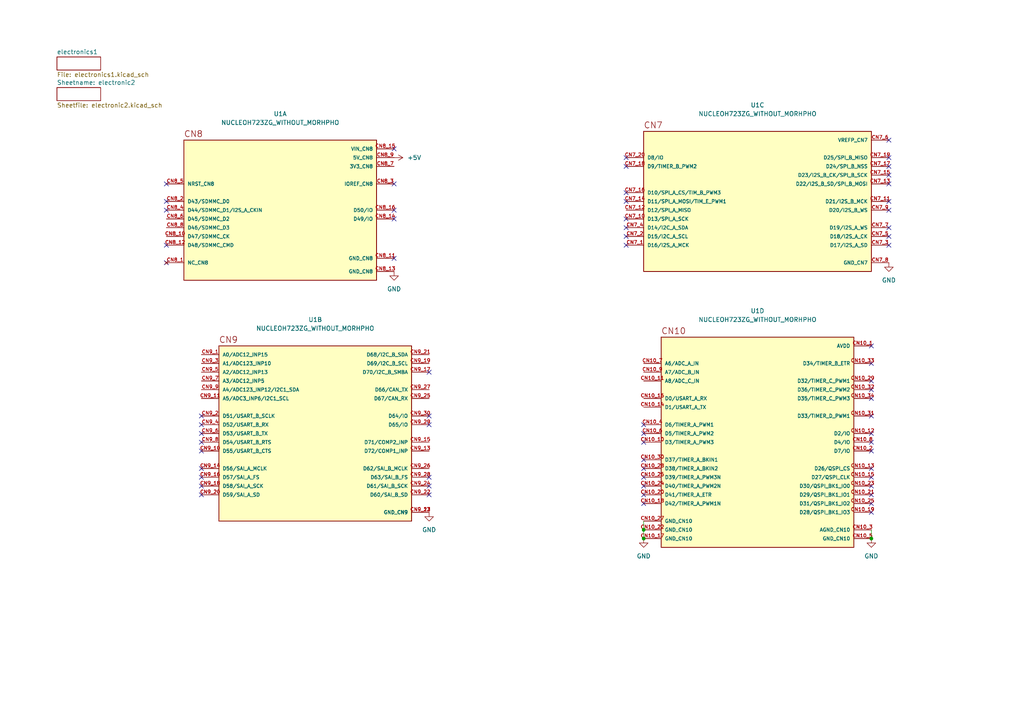
<source format=kicad_sch>
(kicad_sch (version 20230121) (generator eeschema)

  (uuid 957c9b64-3a36-4921-bfa5-a0799df86262)

  (paper "A4")

  (title_block
    (title "frontbox nucleo")
    (date "2023-08-08")
    (rev "1")
    (company "NTURacing")
    (comment 1 "this is legacy fron easyEDA")
  )

  (lib_symbols
    (symbol "nturt_kicad_lib:NUCLEOH723ZG_WITHOUT_MORHPHO" (pin_names (offset 1.016)) (in_bom yes) (on_board yes)
      (property "Reference" "U" (at -8.89 36.83 0)
        (effects (font (size 1.27 1.27)) (justify left bottom))
      )
      (property "Value" "NUCLEOH723ZG_WITHOUT_MORHPHO" (at -15.24 -29.21 0)
        (effects (font (size 1.27 1.27)) (justify left top))
      )
      (property "Footprint" "nturt_kicad_lib:MODULE_NUCLEOH723ZG_WITHOUT_MORHPHO" (at 12.7 -34.29 0)
        (effects (font (size 1.27 1.27)) (justify bottom) hide)
      )
      (property "Datasheet" "" (at 0 0 0)
        (effects (font (size 1.27 1.27)) hide)
      )
      (property "PARTREV" "2" (at 0 0 0)
        (effects (font (size 1.27 1.27)) (justify bottom) hide)
      )
      (property "STANDARD" "Manufacturer Recommendations" (at 15.24 36.83 0)
        (effects (font (size 1.27 1.27)) (justify bottom) hide)
      )
      (property "MANUFACTURER" "STMicroelectronics" (at 8.89 34.29 0)
        (effects (font (size 1.27 1.27)) (justify bottom) hide)
      )
      (property "MAXIMUM_PACKAGE_HEIGHT" "18.57 mm" (at 5.08 39.37 0)
        (effects (font (size 1.27 1.27)) (justify bottom) hide)
      )
      (property "SNAPEDA_PN" "NUCLEOH723ZG" (at 7.62 41.91 0)
        (effects (font (size 1.27 1.27)) (justify bottom) hide)
      )
      (symbol "NUCLEOH723ZG_WITHOUT_MORHPHO_1_0"
        (unit_name "CN8")
        (rectangle (start -27.94 -20.32) (end 27.94 20.32)
          (stroke (width 0.254) (type default))
          (fill (type background))
        )
        (text "CN8" (at -27.94 21.082 0)
          (effects (font (size 1.778 1.778)) (justify left bottom))
        )
        (pin no_connect line (at -33.02 -15.24 0) (length 5.08)
          (name "NC_CN8" (effects (font (size 1.016 1.016))))
          (number "CN8_1" (effects (font (size 1.016 1.016))))
        )
        (pin bidirectional line (at -33.02 -7.62 0) (length 5.08)
          (name "D47/SDMMC_CK" (effects (font (size 1.016 1.016))))
          (number "CN8_10" (effects (font (size 1.016 1.016))))
        )
        (pin power_in line (at 33.02 -13.97 180) (length 5.08)
          (name "GND_CN8" (effects (font (size 1.016 1.016))))
          (number "CN8_11" (effects (font (size 1.016 1.016))))
        )
        (pin bidirectional line (at -33.02 -10.16 0) (length 5.08)
          (name "D48/SDMMC_CMD" (effects (font (size 1.016 1.016))))
          (number "CN8_12" (effects (font (size 1.016 1.016))))
        )
        (pin power_in line (at 33.02 -17.78 180) (length 5.08)
          (name "GND_CN8" (effects (font (size 1.016 1.016))))
          (number "CN8_13" (effects (font (size 1.016 1.016))))
        )
        (pin bidirectional line (at 33.02 -2.54 180) (length 5.08)
          (name "D49/IO" (effects (font (size 1.016 1.016))))
          (number "CN8_14" (effects (font (size 1.016 1.016))))
        )
        (pin power_in line (at 33.02 17.78 180) (length 5.08)
          (name "VIN_CN8" (effects (font (size 1.016 1.016))))
          (number "CN8_15" (effects (font (size 1.016 1.016))))
        )
        (pin bidirectional line (at 33.02 0 180) (length 5.08)
          (name "D50/IO" (effects (font (size 1.016 1.016))))
          (number "CN8_16" (effects (font (size 1.016 1.016))))
        )
        (pin bidirectional line (at -33.02 2.54 0) (length 5.08)
          (name "D43/SDMMC_D0" (effects (font (size 1.016 1.016))))
          (number "CN8_2" (effects (font (size 1.016 1.016))))
        )
        (pin bidirectional line (at 33.02 7.62 180) (length 5.08)
          (name "IOREF_CN8" (effects (font (size 1.016 1.016))))
          (number "CN8_3" (effects (font (size 1.016 1.016))))
        )
        (pin bidirectional line (at -33.02 0 0) (length 5.08)
          (name "D44/SDMMC_D1/I2S_A_CKIN" (effects (font (size 1.016 1.016))))
          (number "CN8_4" (effects (font (size 1.016 1.016))))
        )
        (pin input line (at -33.02 7.62 0) (length 5.08)
          (name "NRST_CN8" (effects (font (size 1.016 1.016))))
          (number "CN8_5" (effects (font (size 1.016 1.016))))
        )
        (pin bidirectional line (at -33.02 -2.54 0) (length 5.08)
          (name "D45/SDMMC_D2" (effects (font (size 1.016 1.016))))
          (number "CN8_6" (effects (font (size 1.016 1.016))))
        )
        (pin power_in line (at 33.02 12.7 180) (length 5.08)
          (name "3V3_CN8" (effects (font (size 1.016 1.016))))
          (number "CN8_7" (effects (font (size 1.016 1.016))))
        )
        (pin bidirectional line (at -33.02 -5.08 0) (length 5.08)
          (name "D46/SDMMC_D3" (effects (font (size 1.016 1.016))))
          (number "CN8_8" (effects (font (size 1.016 1.016))))
        )
        (pin power_in line (at 33.02 15.24 180) (length 5.08)
          (name "5V_CN8" (effects (font (size 1.016 1.016))))
          (number "CN8_9" (effects (font (size 1.016 1.016))))
        )
      )
      (symbol "NUCLEOH723ZG_WITHOUT_MORHPHO_2_0"
        (unit_name "CN9")
        (rectangle (start -27.94 -25.4) (end 27.94 25.4)
          (stroke (width 0.254) (type default))
          (fill (type background))
        )
        (text "CN9" (at -27.94 26.162 0)
          (effects (font (size 1.778 1.778)) (justify left bottom))
        )
        (pin input line (at -33.02 22.86 0) (length 5.08)
          (name "A0/ADC12_INP15" (effects (font (size 1.016 1.016))))
          (number "CN9_1" (effects (font (size 1.016 1.016))))
        )
        (pin bidirectional line (at -33.02 -5.08 0) (length 5.08)
          (name "D55/USART_B_CTS" (effects (font (size 1.016 1.016))))
          (number "CN9_10" (effects (font (size 1.016 1.016))))
        )
        (pin input line (at -33.02 10.16 0) (length 5.08)
          (name "A5/ADC3_INP6/I2C1_SCL" (effects (font (size 1.016 1.016))))
          (number "CN9_11" (effects (font (size 1.016 1.016))))
        )
        (pin power_in line (at 33.02 -22.86 180) (length 5.08)
          (name "GND_CN9" (effects (font (size 1.016 1.016))))
          (number "CN9_12" (effects (font (size 1.016 1.016))))
        )
        (pin bidirectional line (at 33.02 -5.08 180) (length 5.08)
          (name "D72/COMP1_INP" (effects (font (size 1.016 1.016))))
          (number "CN9_13" (effects (font (size 1.016 1.016))))
        )
        (pin bidirectional line (at -33.02 -10.16 0) (length 5.08)
          (name "D56/SAI_A_MCLK" (effects (font (size 1.016 1.016))))
          (number "CN9_14" (effects (font (size 1.016 1.016))))
        )
        (pin bidirectional line (at 33.02 -2.54 180) (length 5.08)
          (name "D71/COMP2_INP" (effects (font (size 1.016 1.016))))
          (number "CN9_15" (effects (font (size 1.016 1.016))))
        )
        (pin bidirectional line (at -33.02 -12.7 0) (length 5.08)
          (name "D57/SAI_A_FS" (effects (font (size 1.016 1.016))))
          (number "CN9_16" (effects (font (size 1.016 1.016))))
        )
        (pin bidirectional line (at 33.02 17.78 180) (length 5.08)
          (name "D70/I2C_B_SMBA" (effects (font (size 1.016 1.016))))
          (number "CN9_17" (effects (font (size 1.016 1.016))))
        )
        (pin bidirectional line (at -33.02 -15.24 0) (length 5.08)
          (name "D58/SAI_A_SCK" (effects (font (size 1.016 1.016))))
          (number "CN9_18" (effects (font (size 1.016 1.016))))
        )
        (pin bidirectional line (at 33.02 20.32 180) (length 5.08)
          (name "D69/I2C_B_SCL" (effects (font (size 1.016 1.016))))
          (number "CN9_19" (effects (font (size 1.016 1.016))))
        )
        (pin bidirectional line (at -33.02 5.08 0) (length 5.08)
          (name "D51/USART_B_SCLK" (effects (font (size 1.016 1.016))))
          (number "CN9_2" (effects (font (size 1.016 1.016))))
        )
        (pin bidirectional line (at -33.02 -17.78 0) (length 5.08)
          (name "D59/SAI_A_SD" (effects (font (size 1.016 1.016))))
          (number "CN9_20" (effects (font (size 1.016 1.016))))
        )
        (pin bidirectional line (at 33.02 22.86 180) (length 5.08)
          (name "D68/I2C_B_SDA" (effects (font (size 1.016 1.016))))
          (number "CN9_21" (effects (font (size 1.016 1.016))))
        )
        (pin bidirectional line (at 33.02 -17.78 180) (length 5.08)
          (name "D60/SAI_B_SD" (effects (font (size 1.016 1.016))))
          (number "CN9_22" (effects (font (size 1.016 1.016))))
        )
        (pin power_in line (at 33.02 -22.86 180) (length 5.08)
          (name "GND_CN9" (effects (font (size 1.016 1.016))))
          (number "CN9_23" (effects (font (size 1.016 1.016))))
        )
        (pin bidirectional line (at 33.02 -15.24 180) (length 5.08)
          (name "D61/SAI_B_SCK" (effects (font (size 1.016 1.016))))
          (number "CN9_24" (effects (font (size 1.016 1.016))))
        )
        (pin input line (at 33.02 10.16 180) (length 5.08)
          (name "D67/CAN_RX" (effects (font (size 1.016 1.016))))
          (number "CN9_25" (effects (font (size 1.016 1.016))))
        )
        (pin bidirectional line (at 33.02 -10.16 180) (length 5.08)
          (name "D62/SAI_B_MCLK" (effects (font (size 1.016 1.016))))
          (number "CN9_26" (effects (font (size 1.016 1.016))))
        )
        (pin output line (at 33.02 12.7 180) (length 5.08)
          (name "D66/CAN_TX" (effects (font (size 1.016 1.016))))
          (number "CN9_27" (effects (font (size 1.016 1.016))))
        )
        (pin bidirectional line (at 33.02 -12.7 180) (length 5.08)
          (name "D63/SAI_B_FS" (effects (font (size 1.016 1.016))))
          (number "CN9_28" (effects (font (size 1.016 1.016))))
        )
        (pin bidirectional line (at 33.02 2.54 180) (length 5.08)
          (name "D65/IO" (effects (font (size 1.016 1.016))))
          (number "CN9_29" (effects (font (size 1.016 1.016))))
        )
        (pin input line (at -33.02 20.32 0) (length 5.08)
          (name "A1/ADC123_INP10" (effects (font (size 1.016 1.016))))
          (number "CN9_3" (effects (font (size 1.016 1.016))))
        )
        (pin bidirectional line (at 33.02 5.08 180) (length 5.08)
          (name "D64/IO" (effects (font (size 1.016 1.016))))
          (number "CN9_30" (effects (font (size 1.016 1.016))))
        )
        (pin bidirectional line (at -33.02 2.54 0) (length 5.08)
          (name "D52/USART_B_RX" (effects (font (size 1.016 1.016))))
          (number "CN9_4" (effects (font (size 1.016 1.016))))
        )
        (pin input line (at -33.02 17.78 0) (length 5.08)
          (name "A2/ADC12_INP13" (effects (font (size 1.016 1.016))))
          (number "CN9_5" (effects (font (size 1.016 1.016))))
        )
        (pin bidirectional line (at -33.02 0 0) (length 5.08)
          (name "D53/USART_B_TX" (effects (font (size 1.016 1.016))))
          (number "CN9_6" (effects (font (size 1.016 1.016))))
        )
        (pin input line (at -33.02 15.24 0) (length 5.08)
          (name "A3/ADC12_INP5" (effects (font (size 1.016 1.016))))
          (number "CN9_7" (effects (font (size 1.016 1.016))))
        )
        (pin bidirectional line (at -33.02 -2.54 0) (length 5.08)
          (name "D54/USART_B_RTS" (effects (font (size 1.016 1.016))))
          (number "CN9_8" (effects (font (size 1.016 1.016))))
        )
        (pin input line (at -33.02 12.7 0) (length 5.08)
          (name "A4/ADC123_INP12/I2C1_SDA" (effects (font (size 1.016 1.016))))
          (number "CN9_9" (effects (font (size 1.016 1.016))))
        )
      )
      (symbol "NUCLEOH723ZG_WITHOUT_MORHPHO_3_0"
        (unit_name "CN7")
        (rectangle (start -33.02 -20.32) (end 33.02 20.32)
          (stroke (width 0.254) (type default))
          (fill (type background))
        )
        (text "CN7" (at -33.02 21.082 0)
          (effects (font (size 1.778 1.778)) (justify left bottom))
        )
        (pin bidirectional line (at -38.1 -12.7 0) (length 5.08)
          (name "D16/I2S_A_MCK" (effects (font (size 1.016 1.016))))
          (number "CN7_1" (effects (font (size 1.016 1.016))))
        )
        (pin bidirectional line (at -38.1 -5.08 0) (length 5.08)
          (name "D13/SPI_A_SCK" (effects (font (size 1.016 1.016))))
          (number "CN7_10" (effects (font (size 1.016 1.016))))
        )
        (pin bidirectional line (at 38.1 0 180) (length 5.08)
          (name "D21/I2S_B_MCK" (effects (font (size 1.016 1.016))))
          (number "CN7_11" (effects (font (size 1.016 1.016))))
        )
        (pin bidirectional line (at -38.1 -2.54 0) (length 5.08)
          (name "D12/SPI_A_MISO" (effects (font (size 1.016 1.016))))
          (number "CN7_12" (effects (font (size 1.016 1.016))))
        )
        (pin bidirectional line (at 38.1 5.08 180) (length 5.08)
          (name "D22/I2S_B_SD/SPI_B_MOSI" (effects (font (size 1.016 1.016))))
          (number "CN7_13" (effects (font (size 1.016 1.016))))
        )
        (pin bidirectional line (at -38.1 0 0) (length 5.08)
          (name "D11/SPI_A_MOSI/TIM_E_PWM1" (effects (font (size 1.016 1.016))))
          (number "CN7_14" (effects (font (size 1.016 1.016))))
        )
        (pin bidirectional line (at 38.1 7.62 180) (length 5.08)
          (name "D23/I2S_B_CK/SPI_B_SCK" (effects (font (size 1.016 1.016))))
          (number "CN7_15" (effects (font (size 1.016 1.016))))
        )
        (pin bidirectional line (at -38.1 2.54 0) (length 5.08)
          (name "D10/SPI_A_CS/TIM_B_PWM3" (effects (font (size 1.016 1.016))))
          (number "CN7_16" (effects (font (size 1.016 1.016))))
        )
        (pin bidirectional line (at 38.1 10.16 180) (length 5.08)
          (name "D24/SPI_B_NSS" (effects (font (size 1.016 1.016))))
          (number "CN7_17" (effects (font (size 1.016 1.016))))
        )
        (pin bidirectional line (at -38.1 10.16 0) (length 5.08)
          (name "D9/TIMER_B_PWM2" (effects (font (size 1.016 1.016))))
          (number "CN7_18" (effects (font (size 1.016 1.016))))
        )
        (pin bidirectional line (at 38.1 12.7 180) (length 5.08)
          (name "D25/SPI_B_MISO" (effects (font (size 1.016 1.016))))
          (number "CN7_19" (effects (font (size 1.016 1.016))))
        )
        (pin bidirectional line (at -38.1 -10.16 0) (length 5.08)
          (name "D15/I2C_A_SCL" (effects (font (size 1.016 1.016))))
          (number "CN7_2" (effects (font (size 1.016 1.016))))
        )
        (pin bidirectional line (at -38.1 12.7 0) (length 5.08)
          (name "D8/IO" (effects (font (size 1.016 1.016))))
          (number "CN7_20" (effects (font (size 1.016 1.016))))
        )
        (pin bidirectional line (at 38.1 -12.7 180) (length 5.08)
          (name "D17/I2S_A_SD" (effects (font (size 1.016 1.016))))
          (number "CN7_3" (effects (font (size 1.016 1.016))))
        )
        (pin bidirectional line (at -38.1 -7.62 0) (length 5.08)
          (name "D14/I2C_A_SDA" (effects (font (size 1.016 1.016))))
          (number "CN7_4" (effects (font (size 1.016 1.016))))
        )
        (pin bidirectional line (at 38.1 -10.16 180) (length 5.08)
          (name "D18/I2S_A_CK" (effects (font (size 1.016 1.016))))
          (number "CN7_5" (effects (font (size 1.016 1.016))))
        )
        (pin power_in line (at 38.1 17.78 180) (length 5.08)
          (name "VREFP_CN7" (effects (font (size 1.016 1.016))))
          (number "CN7_6" (effects (font (size 1.016 1.016))))
        )
        (pin bidirectional line (at 38.1 -7.62 180) (length 5.08)
          (name "D19/I2S_A_WS" (effects (font (size 1.016 1.016))))
          (number "CN7_7" (effects (font (size 1.016 1.016))))
        )
        (pin power_in line (at 38.1 -17.78 180) (length 5.08)
          (name "GND_CN7" (effects (font (size 1.016 1.016))))
          (number "CN7_8" (effects (font (size 1.016 1.016))))
        )
        (pin bidirectional line (at 38.1 -2.54 180) (length 5.08)
          (name "D20/I2S_B_WS" (effects (font (size 1.016 1.016))))
          (number "CN7_9" (effects (font (size 1.016 1.016))))
        )
      )
      (symbol "NUCLEOH723ZG_WITHOUT_MORHPHO_4_0"
        (unit_name "CN10")
        (rectangle (start -27.94 -30.48) (end 27.94 30.48)
          (stroke (width 0.254) (type default))
          (fill (type background))
        )
        (text "CN10" (at -27.94 31.242 0)
          (effects (font (size 1.778 1.778)) (justify left bottom))
        )
        (pin power_in line (at 33.02 27.94 180) (length 5.08)
          (name "AVDD" (effects (font (size 1.016 1.016))))
          (number "CN10_1" (effects (font (size 1.016 1.016))))
        )
        (pin bidirectional line (at -33.02 0 0) (length 5.08)
          (name "D3/TIMER_A_PWM3" (effects (font (size 1.016 1.016))))
          (number "CN10_10" (effects (font (size 1.016 1.016))))
        )
        (pin input line (at -33.02 17.78 0) (length 5.08)
          (name "A8/ADC_C_IN" (effects (font (size 1.016 1.016))))
          (number "CN10_11" (effects (font (size 1.016 1.016))))
        )
        (pin bidirectional line (at 33.02 2.54 180) (length 5.08)
          (name "D2/IO" (effects (font (size 1.016 1.016))))
          (number "CN10_12" (effects (font (size 1.016 1.016))))
        )
        (pin bidirectional line (at 33.02 -7.62 180) (length 5.08)
          (name "D26/QSPI_CS" (effects (font (size 1.016 1.016))))
          (number "CN10_13" (effects (font (size 1.016 1.016))))
        )
        (pin output line (at -33.02 10.16 0) (length 5.08)
          (name "D1/USART_A_TX" (effects (font (size 1.016 1.016))))
          (number "CN10_14" (effects (font (size 1.016 1.016))))
        )
        (pin bidirectional line (at 33.02 -10.16 180) (length 5.08)
          (name "D27/QSPI_CLK" (effects (font (size 1.016 1.016))))
          (number "CN10_15" (effects (font (size 1.016 1.016))))
        )
        (pin input line (at -33.02 12.7 0) (length 5.08)
          (name "D0/USART_A_RX" (effects (font (size 1.016 1.016))))
          (number "CN10_16" (effects (font (size 1.016 1.016))))
        )
        (pin power_in line (at -33.02 -27.94 0) (length 5.08)
          (name "GND_CN10" (effects (font (size 1.016 1.016))))
          (number "CN10_17" (effects (font (size 1.016 1.016))))
        )
        (pin bidirectional line (at -33.02 -17.78 0) (length 5.08)
          (name "D42/TIMER_A_PWM1N" (effects (font (size 1.016 1.016))))
          (number "CN10_18" (effects (font (size 1.016 1.016))))
        )
        (pin bidirectional line (at 33.02 -20.32 180) (length 5.08)
          (name "D28/QSPI_BK1_IO3" (effects (font (size 1.016 1.016))))
          (number "CN10_19" (effects (font (size 1.016 1.016))))
        )
        (pin bidirectional line (at 33.02 -2.54 180) (length 5.08)
          (name "D7/IO" (effects (font (size 1.016 1.016))))
          (number "CN10_2" (effects (font (size 1.016 1.016))))
        )
        (pin bidirectional line (at -33.02 -15.24 0) (length 5.08)
          (name "D41/TIMER_A_ETR" (effects (font (size 1.016 1.016))))
          (number "CN10_20" (effects (font (size 1.016 1.016))))
        )
        (pin bidirectional line (at 33.02 -15.24 180) (length 5.08)
          (name "D29/QSPI_BK1_IO1" (effects (font (size 1.016 1.016))))
          (number "CN10_21" (effects (font (size 1.016 1.016))))
        )
        (pin power_in line (at -33.02 -25.4 0) (length 5.08)
          (name "GND_CN10" (effects (font (size 1.016 1.016))))
          (number "CN10_22" (effects (font (size 1.016 1.016))))
        )
        (pin bidirectional line (at 33.02 -12.7 180) (length 5.08)
          (name "D30/QSPI_BK1_IO0" (effects (font (size 1.016 1.016))))
          (number "CN10_23" (effects (font (size 1.016 1.016))))
        )
        (pin bidirectional line (at -33.02 -12.7 0) (length 5.08)
          (name "D40/TIMER_A_PWM2N" (effects (font (size 1.016 1.016))))
          (number "CN10_24" (effects (font (size 1.016 1.016))))
        )
        (pin bidirectional line (at 33.02 -17.78 180) (length 5.08)
          (name "D31/QSPI_BK1_IO2" (effects (font (size 1.016 1.016))))
          (number "CN10_25" (effects (font (size 1.016 1.016))))
        )
        (pin bidirectional line (at -33.02 -10.16 0) (length 5.08)
          (name "D39/TIMER_A_PWM3N" (effects (font (size 1.016 1.016))))
          (number "CN10_26" (effects (font (size 1.016 1.016))))
        )
        (pin power_in line (at -33.02 -22.86 0) (length 5.08)
          (name "GND_CN10" (effects (font (size 1.016 1.016))))
          (number "CN10_27" (effects (font (size 1.016 1.016))))
        )
        (pin bidirectional line (at -33.02 -7.62 0) (length 5.08)
          (name "D38/TIMER_A_BKIN2" (effects (font (size 1.016 1.016))))
          (number "CN10_28" (effects (font (size 1.016 1.016))))
        )
        (pin bidirectional line (at 33.02 17.78 180) (length 5.08)
          (name "D32/TIMER_C_PWM1" (effects (font (size 1.016 1.016))))
          (number "CN10_29" (effects (font (size 1.016 1.016))))
        )
        (pin power_in line (at 33.02 -25.4 180) (length 5.08)
          (name "AGND_CN10" (effects (font (size 1.016 1.016))))
          (number "CN10_3" (effects (font (size 1.016 1.016))))
        )
        (pin bidirectional line (at -33.02 -5.08 0) (length 5.08)
          (name "D37/TIMER_A_BKIN1" (effects (font (size 1.016 1.016))))
          (number "CN10_30" (effects (font (size 1.016 1.016))))
        )
        (pin bidirectional line (at 33.02 7.62 180) (length 5.08)
          (name "D33/TIMER_D_PWM1" (effects (font (size 1.016 1.016))))
          (number "CN10_31" (effects (font (size 1.016 1.016))))
        )
        (pin bidirectional line (at 33.02 15.24 180) (length 5.08)
          (name "D36/TIMER_C_PWM2" (effects (font (size 1.016 1.016))))
          (number "CN10_32" (effects (font (size 1.016 1.016))))
        )
        (pin bidirectional line (at 33.02 22.86 180) (length 5.08)
          (name "D34/TIMER_B_ETR" (effects (font (size 1.016 1.016))))
          (number "CN10_33" (effects (font (size 1.016 1.016))))
        )
        (pin bidirectional line (at 33.02 12.7 180) (length 5.08)
          (name "D35/TIMER_C_PWM3" (effects (font (size 1.016 1.016))))
          (number "CN10_34" (effects (font (size 1.016 1.016))))
        )
        (pin bidirectional line (at -33.02 5.08 0) (length 5.08)
          (name "D6/TIMER_A_PWM1" (effects (font (size 1.016 1.016))))
          (number "CN10_4" (effects (font (size 1.016 1.016))))
        )
        (pin power_in line (at 33.02 -27.94 180) (length 5.08)
          (name "GND_CN10" (effects (font (size 1.016 1.016))))
          (number "CN10_5" (effects (font (size 1.016 1.016))))
        )
        (pin bidirectional line (at -33.02 2.54 0) (length 5.08)
          (name "D5/TIMER_A_PWM2" (effects (font (size 1.016 1.016))))
          (number "CN10_6" (effects (font (size 1.016 1.016))))
        )
        (pin input line (at -33.02 22.86 0) (length 5.08)
          (name "A6/ADC_A_IN" (effects (font (size 1.016 1.016))))
          (number "CN10_7" (effects (font (size 1.016 1.016))))
        )
        (pin bidirectional line (at 33.02 0 180) (length 5.08)
          (name "D4/IO" (effects (font (size 1.016 1.016))))
          (number "CN10_8" (effects (font (size 1.016 1.016))))
        )
        (pin input line (at -33.02 20.32 0) (length 5.08)
          (name "A7/ADC_B_IN" (effects (font (size 1.016 1.016))))
          (number "CN10_9" (effects (font (size 1.016 1.016))))
        )
      )
    )
    (symbol "power:+5V" (power) (pin_names (offset 0)) (in_bom yes) (on_board yes)
      (property "Reference" "#PWR" (at 0 -3.81 0)
        (effects (font (size 1.27 1.27)) hide)
      )
      (property "Value" "+5V" (at 0 3.556 0)
        (effects (font (size 1.27 1.27)))
      )
      (property "Footprint" "" (at 0 0 0)
        (effects (font (size 1.27 1.27)) hide)
      )
      (property "Datasheet" "" (at 0 0 0)
        (effects (font (size 1.27 1.27)) hide)
      )
      (property "ki_keywords" "global power" (at 0 0 0)
        (effects (font (size 1.27 1.27)) hide)
      )
      (property "ki_description" "Power symbol creates a global label with name \"+5V\"" (at 0 0 0)
        (effects (font (size 1.27 1.27)) hide)
      )
      (symbol "+5V_0_1"
        (polyline
          (pts
            (xy -0.762 1.27)
            (xy 0 2.54)
          )
          (stroke (width 0) (type default))
          (fill (type none))
        )
        (polyline
          (pts
            (xy 0 0)
            (xy 0 2.54)
          )
          (stroke (width 0) (type default))
          (fill (type none))
        )
        (polyline
          (pts
            (xy 0 2.54)
            (xy 0.762 1.27)
          )
          (stroke (width 0) (type default))
          (fill (type none))
        )
      )
      (symbol "+5V_1_1"
        (pin power_in line (at 0 0 90) (length 0) hide
          (name "+5V" (effects (font (size 1.27 1.27))))
          (number "1" (effects (font (size 1.27 1.27))))
        )
      )
    )
    (symbol "power:GND" (power) (pin_names (offset 0)) (in_bom yes) (on_board yes)
      (property "Reference" "#PWR" (at 0 -6.35 0)
        (effects (font (size 1.27 1.27)) hide)
      )
      (property "Value" "GND" (at 0 -3.81 0)
        (effects (font (size 1.27 1.27)))
      )
      (property "Footprint" "" (at 0 0 0)
        (effects (font (size 1.27 1.27)) hide)
      )
      (property "Datasheet" "" (at 0 0 0)
        (effects (font (size 1.27 1.27)) hide)
      )
      (property "ki_keywords" "global power" (at 0 0 0)
        (effects (font (size 1.27 1.27)) hide)
      )
      (property "ki_description" "Power symbol creates a global label with name \"GND\" , ground" (at 0 0 0)
        (effects (font (size 1.27 1.27)) hide)
      )
      (symbol "GND_0_1"
        (polyline
          (pts
            (xy 0 0)
            (xy 0 -1.27)
            (xy 1.27 -1.27)
            (xy 0 -2.54)
            (xy -1.27 -1.27)
            (xy 0 -1.27)
          )
          (stroke (width 0) (type default))
          (fill (type none))
        )
      )
      (symbol "GND_1_1"
        (pin power_in line (at 0 0 270) (length 0) hide
          (name "GND" (effects (font (size 1.27 1.27))))
          (number "1" (effects (font (size 1.27 1.27))))
        )
      )
    )
  )

  (junction (at 186.69 153.67) (diameter 0) (color 0 0 0 0)
    (uuid 43cf2675-5656-4b88-a8e8-e36b0136066c)
  )
  (junction (at 252.73 156.21) (diameter 0) (color 0 0 0 0)
    (uuid 6ba2bcf7-5c81-4772-9050-15e9a87fb13a)
  )
  (junction (at 186.69 156.21) (diameter 0) (color 0 0 0 0)
    (uuid 74d68058-052d-4097-9d12-c0134538931e)
  )

  (no_connect (at 252.73 110.49) (uuid 05ecd282-fbc8-4c4c-b1a4-622d72adbbbc))
  (no_connect (at 58.42 120.65) (uuid 08d4181a-edfa-41ea-b878-17aa30302e59))
  (no_connect (at 48.26 53.34) (uuid 0ab1f496-12c1-418f-b5ec-9d2f2c6de396))
  (no_connect (at 48.26 71.12) (uuid 0af4dc5e-0046-4ef4-9ed8-043bfd1bf472))
  (no_connect (at 186.69 128.27) (uuid 0bc5f16d-107a-4c31-aecc-1787b3e4247e))
  (no_connect (at 114.3 63.5) (uuid 0d1f19e9-63ca-4a94-9f7f-38f33778ff19))
  (no_connect (at 186.69 143.51) (uuid 0e5348ea-8694-42b6-9deb-cd198c911d07))
  (no_connect (at 252.73 143.51) (uuid 0fc10e23-6eb2-4f21-b526-77653580bfd7))
  (no_connect (at 252.73 148.59) (uuid 1ab22b33-d004-4699-b926-e37c03f486e6))
  (no_connect (at 252.73 120.65) (uuid 1b357d4a-421d-47a7-8ecb-af5a3c8e939e))
  (no_connect (at 186.69 133.35) (uuid 1edd64e2-45e4-47ee-b036-2e47e4de7dc8))
  (no_connect (at 58.42 130.81) (uuid 20924108-e20c-47f1-bbe1-c10448884927))
  (no_connect (at 257.81 68.58) (uuid 232542c6-d62f-4afa-8c38-c5997d778425))
  (no_connect (at 58.42 135.89) (uuid 2a218785-fd10-49fb-a895-5440ab33b543))
  (no_connect (at 252.73 146.05) (uuid 30ff07bc-ba61-4782-84bf-50e2ddc45c95))
  (no_connect (at 124.46 140.97) (uuid 33c449bc-665a-4ad7-941f-a71228b675ff))
  (no_connect (at 186.69 138.43) (uuid 394267d0-62f8-478f-9801-867f802d9c81))
  (no_connect (at 186.69 135.89) (uuid 3d3346cf-3cf6-4fc8-bf1e-fb5a62644731))
  (no_connect (at 186.69 140.97) (uuid 409695b8-2ebe-4236-b689-c828fb16e639))
  (no_connect (at 58.42 138.43) (uuid 4435b013-51ce-4b5b-8e5a-3c2f356809f4))
  (no_connect (at 114.3 60.96) (uuid 4906a6cf-d1e0-49d9-848b-9a287bc7384d))
  (no_connect (at 252.73 100.33) (uuid 671cd2ee-0bbe-4777-896c-75931166a2cb))
  (no_connect (at 114.3 43.18) (uuid 6a804dd4-d465-457f-8808-9624c9a17e3c))
  (no_connect (at 257.81 71.12) (uuid 6be0c0b8-d5bb-4f45-9eec-d46ea24ddc79))
  (no_connect (at 181.61 71.12) (uuid 77ee035e-4c63-4893-865b-bc29b0d87e53))
  (no_connect (at 186.69 125.73) (uuid 79021fbb-62a9-4d0b-b678-ab567305bb31))
  (no_connect (at 257.81 40.64) (uuid 7c5f83c2-c8fa-4646-9c4d-4b5b570b601d))
  (no_connect (at 181.61 58.42) (uuid 7cac9ef8-f07b-4026-b993-df8334b6515e))
  (no_connect (at 48.26 60.96) (uuid 7d68cfec-af33-4b34-b96a-9e3cb6663691))
  (no_connect (at 124.46 138.43) (uuid 7ef12470-a842-41e1-9040-fa1b8993885f))
  (no_connect (at 257.81 50.8) (uuid 82b2fd7c-bc34-48dd-bbc0-9f392e369732))
  (no_connect (at 257.81 60.96) (uuid 82d87022-9308-4c69-b764-d014169810ca))
  (no_connect (at 252.73 125.73) (uuid 83aec409-12bb-41cf-8b51-df645fdec52d))
  (no_connect (at 124.46 107.95) (uuid 86fe098b-ee64-47c6-8439-4ac94cf38aeb))
  (no_connect (at 252.73 105.41) (uuid 8d244bee-c076-45ac-88a7-c19afa1d4196))
  (no_connect (at 257.81 66.04) (uuid 9520afcb-acd1-4349-a6fa-d5e763f55455))
  (no_connect (at 181.61 66.04) (uuid 972fec59-f7c6-461a-b537-fc26b3837bef))
  (no_connect (at 114.3 74.93) (uuid 979e0b2e-3904-4653-9897-ac41237907ec))
  (no_connect (at 181.61 45.72) (uuid 9823e0af-fd8b-489d-b1eb-05a34b950cf1))
  (no_connect (at 124.46 120.65) (uuid a63e6508-6353-4717-9094-9cf7f3901549))
  (no_connect (at 252.73 130.81) (uuid a8740a51-dd80-4050-80b1-4c85cc71fb9f))
  (no_connect (at 48.26 76.2) (uuid acb201a2-a2ae-4a6e-abdf-b7b3a1c1c786))
  (no_connect (at 252.73 135.89) (uuid ba3b58db-be16-483d-b9d3-b3810fd4625a))
  (no_connect (at 181.61 63.5) (uuid ba495ef4-a152-43ad-bd46-533ab19e7a93))
  (no_connect (at 58.42 123.19) (uuid beb616ad-06d2-48e7-b8f1-7be67ee22853))
  (no_connect (at 124.46 143.51) (uuid c46029f0-ab3e-40a8-abf0-5224a63f0871))
  (no_connect (at 252.73 113.03) (uuid cc2ea016-e5a3-43fb-8221-693d5e83f745))
  (no_connect (at 58.42 128.27) (uuid cc57a065-7677-41d0-9ba7-37db064f3e85))
  (no_connect (at 48.26 58.42) (uuid cced3c10-f808-4282-8d1e-32801a5ab526))
  (no_connect (at 124.46 123.19) (uuid d1e0b739-084e-4945-af49-0f46a2104afe))
  (no_connect (at 252.73 128.27) (uuid d450ee2f-cfd2-4712-927e-33751c282485))
  (no_connect (at 252.73 140.97) (uuid d969b3cd-12b1-4c78-b41c-98477920b357))
  (no_connect (at 58.42 125.73) (uuid d9b42bb4-ef50-4983-a443-5c04b9e22a4a))
  (no_connect (at 181.61 48.26) (uuid dbf5bd46-27b9-4eae-be88-6f3266e28f51))
  (no_connect (at 58.42 143.51) (uuid dc4a836d-e5e2-40a6-b2ca-646e6db76501))
  (no_connect (at 257.81 45.72) (uuid e0781ba3-1c82-40a0-a61f-0d218a9b1d1a))
  (no_connect (at 252.73 138.43) (uuid e5035900-aef0-418c-a70b-dbb27a86bb94))
  (no_connect (at 114.3 53.34) (uuid e9705c15-3f4c-4884-88c1-3a0839fe2924))
  (no_connect (at 186.69 146.05) (uuid ea704438-fd1d-462a-91db-b5ee41946b39))
  (no_connect (at 181.61 55.88) (uuid ec9e2eb0-665d-4d2b-8a5f-71b40bd540ff))
  (no_connect (at 257.81 48.26) (uuid f0b78b19-292e-4a6a-8c92-336c679b7eb5))
  (no_connect (at 181.61 68.58) (uuid f3687d21-bb0c-41dd-82ae-5a980accf378))
  (no_connect (at 257.81 53.34) (uuid f38a8f85-7834-4b79-b2b1-a4ffbea53f06))
  (no_connect (at 58.42 140.97) (uuid f67b3fbe-766b-4d4f-81e2-342f97d7d904))
  (no_connect (at 252.73 115.57) (uuid fc55b453-3c40-4d5d-a0f6-f417676fdf33))
  (no_connect (at 257.81 58.42) (uuid fd8b22cb-dd53-4a75-ad96-1e0d7b504a99))
  (no_connect (at 186.69 123.19) (uuid fe1ea035-6bb5-4c4d-8d6e-41cd45bfc7de))

  (wire (pts (xy 252.73 153.67) (xy 252.73 156.21))
    (stroke (width 0) (type default))
    (uuid 405a8351-ef2e-4c2a-864e-445133dd45da)
  )
  (wire (pts (xy 186.69 151.13) (xy 186.69 153.67))
    (stroke (width 0) (type default))
    (uuid ce25d0f3-b15c-4e6b-8a2a-1c49396c2432)
  )
  (wire (pts (xy 186.69 153.67) (xy 186.69 156.21))
    (stroke (width 0) (type default))
    (uuid d4288d5a-47a8-405c-8ad9-1b884cdbf254)
  )

  (symbol (lib_id "power:GND") (at 186.69 156.21 0) (unit 1)
    (in_bom yes) (on_board yes) (dnp no) (fields_autoplaced)
    (uuid 0f7e5c57-57b9-4fc3-af70-6bb178543677)
    (property "Reference" "#PWR04" (at 186.69 162.56 0)
      (effects (font (size 1.27 1.27)) hide)
    )
    (property "Value" "GND" (at 186.69 161.29 0)
      (effects (font (size 1.27 1.27)))
    )
    (property "Footprint" "" (at 186.69 156.21 0)
      (effects (font (size 1.27 1.27)) hide)
    )
    (property "Datasheet" "" (at 186.69 156.21 0)
      (effects (font (size 1.27 1.27)) hide)
    )
    (pin "1" (uuid 0431f69b-0fc9-45ba-9e00-cd1adf9d438c))
    (instances
      (project "rearbox_nucleo"
        (path "/957c9b64-3a36-4921-bfa5-a0799df86262"
          (reference "#PWR04") (unit 1)
        )
      )
    )
  )

  (symbol (lib_id "power:+5V") (at 114.3 45.72 270) (unit 1)
    (in_bom yes) (on_board yes) (dnp no) (fields_autoplaced)
    (uuid 1862b20c-a7ae-4827-8333-887b2474e9f7)
    (property "Reference" "#PWR01" (at 110.49 45.72 0)
      (effects (font (size 1.27 1.27)) hide)
    )
    (property "Value" "+5V" (at 118.11 45.72 90)
      (effects (font (size 1.27 1.27)) (justify left))
    )
    (property "Footprint" "" (at 114.3 45.72 0)
      (effects (font (size 1.27 1.27)) hide)
    )
    (property "Datasheet" "" (at 114.3 45.72 0)
      (effects (font (size 1.27 1.27)) hide)
    )
    (pin "1" (uuid 52dd909f-4628-4c06-9b9a-cc7e02680be6))
    (instances
      (project "rearbox_nucleo"
        (path "/957c9b64-3a36-4921-bfa5-a0799df86262"
          (reference "#PWR01") (unit 1)
        )
      )
    )
  )

  (symbol (lib_id "power:GND") (at 114.3 78.74 0) (unit 1)
    (in_bom yes) (on_board yes) (dnp no) (fields_autoplaced)
    (uuid 1e7d1471-f6f4-4052-a48f-97db3d418810)
    (property "Reference" "#PWR02" (at 114.3 85.09 0)
      (effects (font (size 1.27 1.27)) hide)
    )
    (property "Value" "GND" (at 114.3 83.82 0)
      (effects (font (size 1.27 1.27)))
    )
    (property "Footprint" "" (at 114.3 78.74 0)
      (effects (font (size 1.27 1.27)) hide)
    )
    (property "Datasheet" "" (at 114.3 78.74 0)
      (effects (font (size 1.27 1.27)) hide)
    )
    (pin "1" (uuid 9de412e5-606a-415f-adf6-1c152592eab9))
    (instances
      (project "rearbox_nucleo"
        (path "/957c9b64-3a36-4921-bfa5-a0799df86262"
          (reference "#PWR02") (unit 1)
        )
      )
    )
  )

  (symbol (lib_id "power:GND") (at 252.73 156.21 0) (unit 1)
    (in_bom yes) (on_board yes) (dnp no) (fields_autoplaced)
    (uuid 233fd8f2-1e93-441d-9e60-e9bc3861f863)
    (property "Reference" "#PWR05" (at 252.73 162.56 0)
      (effects (font (size 1.27 1.27)) hide)
    )
    (property "Value" "GND" (at 252.73 161.29 0)
      (effects (font (size 1.27 1.27)))
    )
    (property "Footprint" "" (at 252.73 156.21 0)
      (effects (font (size 1.27 1.27)) hide)
    )
    (property "Datasheet" "" (at 252.73 156.21 0)
      (effects (font (size 1.27 1.27)) hide)
    )
    (pin "1" (uuid 2df8b6f9-6c79-482a-b809-c26ab15d6083))
    (instances
      (project "rearbox_nucleo"
        (path "/957c9b64-3a36-4921-bfa5-a0799df86262"
          (reference "#PWR05") (unit 1)
        )
      )
    )
  )

  (symbol (lib_id "nturt_kicad_lib:NUCLEOH723ZG_WITHOUT_MORHPHO") (at 91.44 125.73 0) (unit 2)
    (in_bom yes) (on_board yes) (dnp no) (fields_autoplaced)
    (uuid 34dd712f-849c-4998-af0a-6b00fc941af6)
    (property "Reference" "U1" (at 91.44 92.71 0)
      (effects (font (size 1.27 1.27)))
    )
    (property "Value" "NUCLEOH723ZG_WITHOUT_MORHPHO" (at 91.44 95.25 0)
      (effects (font (size 1.27 1.27)))
    )
    (property "Footprint" "nturt_kicad_lib:MODULE_NUCLEOH723ZG_WITHOUT_MORHPHO" (at 104.14 160.02 0)
      (effects (font (size 1.27 1.27)) (justify bottom) hide)
    )
    (property "Datasheet" "" (at 91.44 125.73 0)
      (effects (font (size 1.27 1.27)) hide)
    )
    (property "PARTREV" "2" (at 91.44 125.73 0)
      (effects (font (size 1.27 1.27)) (justify bottom) hide)
    )
    (property "STANDARD" "Manufacturer Recommendations" (at 106.68 88.9 0)
      (effects (font (size 1.27 1.27)) (justify bottom) hide)
    )
    (property "MANUFACTURER" "STMicroelectronics" (at 100.33 91.44 0)
      (effects (font (size 1.27 1.27)) (justify bottom) hide)
    )
    (property "MAXIMUM_PACKAGE_HEIGHT" "18.57 mm" (at 96.52 86.36 0)
      (effects (font (size 1.27 1.27)) (justify bottom) hide)
    )
    (property "SNAPEDA_PN" "NUCLEOH723ZG" (at 99.06 83.82 0)
      (effects (font (size 1.27 1.27)) (justify bottom) hide)
    )
    (pin "CN8_1" (uuid a5fca69b-6a2e-46ac-a1cd-0675ded4d653))
    (pin "CN8_10" (uuid b073559e-6779-4f0c-a955-90af10129cc6))
    (pin "CN8_11" (uuid 0d225b21-0262-4f4e-83e3-1bf1048d7213))
    (pin "CN8_12" (uuid f76f47d6-61ac-4472-8bf6-58cf2f70d0e9))
    (pin "CN8_13" (uuid f95c7a19-d0a1-4e43-87ba-c29cb89ba2f8))
    (pin "CN8_14" (uuid cf83cf3b-11f7-42e0-ad48-fa6da7ecb4f2))
    (pin "CN8_15" (uuid c4b09be6-afc4-4a53-ac9d-3962f89a4790))
    (pin "CN8_16" (uuid 5b996f3e-efa3-4628-a8f4-20993df9a426))
    (pin "CN8_2" (uuid c803067c-e842-4a1e-b5fc-56286b620b1b))
    (pin "CN8_3" (uuid 3e604585-d2f1-40ea-abb9-d18851920d1e))
    (pin "CN8_4" (uuid 228ef77a-fd27-4123-8342-9ec4fae337b2))
    (pin "CN8_5" (uuid e5142283-a26c-4bf1-9bb6-f7a4cf2559d7))
    (pin "CN8_6" (uuid 3b12e4e9-cf12-4dcf-8301-425ff105b9b2))
    (pin "CN8_7" (uuid 9587281a-84e1-4811-819e-952fc4ddf5e4))
    (pin "CN8_8" (uuid 4765c5bf-6325-4d51-a5b6-7402d913658f))
    (pin "CN8_9" (uuid c50c0fb2-313c-4e0c-a38d-b213a0087385))
    (pin "CN9_1" (uuid ce788a17-d0c8-4753-b804-d4a880cc09c6))
    (pin "CN9_10" (uuid 89b08d0e-4bfb-436b-94fb-d4f265844305))
    (pin "CN9_11" (uuid c1b544cf-0047-4276-85c9-035c8f79037f))
    (pin "CN9_12" (uuid b6275ac0-debb-459d-843f-115a65ba5d49))
    (pin "CN9_13" (uuid bf4efecd-13fe-45cc-812f-ec1d3130ee3c))
    (pin "CN9_14" (uuid 30c92b09-7f11-4172-a461-42df877b6ce2))
    (pin "CN9_15" (uuid 2e832f8d-ec6b-4004-b17b-804756d88de5))
    (pin "CN9_16" (uuid cd62a331-d798-488e-be68-b1c7f3b770f9))
    (pin "CN9_17" (uuid 51202d66-4af0-494c-b10a-6180feb6d6a4))
    (pin "CN9_18" (uuid c6b3a4bc-0c56-40cf-9c33-ddbe30ee8550))
    (pin "CN9_19" (uuid 41d76dac-3d54-4ff9-afb9-d79b182da1db))
    (pin "CN9_2" (uuid a09fb219-bbbe-43d6-99a0-36f6eccd525e))
    (pin "CN9_20" (uuid 70585fe2-1c61-409c-aa15-f9fc94bbf42a))
    (pin "CN9_21" (uuid c4f9d222-2ff3-4fa0-ab7c-eaa0a5706f9e))
    (pin "CN9_22" (uuid 12a66970-3a0e-4283-a466-7c225b4f6560))
    (pin "CN9_23" (uuid f9f8d95f-b3cb-4e6c-93cc-3afc06f82663))
    (pin "CN9_24" (uuid 6207692f-d6b4-4bea-a778-3a70ed70b792))
    (pin "CN9_25" (uuid d6cdc137-330b-4bcf-b7e0-08249d3abb4e))
    (pin "CN9_26" (uuid 3ac41d1b-cbcc-492f-aa25-58cf5e37ad90))
    (pin "CN9_27" (uuid 1777a3ef-6acc-40d5-af02-b874dc728159))
    (pin "CN9_28" (uuid 3b6bcb3c-5491-44d1-a114-e768b35b4fee))
    (pin "CN9_29" (uuid 3aea4e1d-1dd1-436b-a5e4-e915533890ba))
    (pin "CN9_3" (uuid 0ee87b59-a4da-4348-b2b7-936eba90b264))
    (pin "CN9_30" (uuid 775097f8-c7f8-46ca-9d35-13776ab4002d))
    (pin "CN9_4" (uuid bde3a35a-26af-4192-95ce-e6cdbdec0609))
    (pin "CN9_5" (uuid 4501bda4-88b9-4d3e-bce2-b6fdc52326a3))
    (pin "CN9_6" (uuid 58b166ac-7f2d-4c32-904b-b6bb257f04cf))
    (pin "CN9_7" (uuid 486dfe31-28f1-4ae6-8f08-deae29a4bc53))
    (pin "CN9_8" (uuid 20f8e88c-3550-495c-bb3f-e8b26db365bb))
    (pin "CN9_9" (uuid f8ed664a-834f-4f66-a513-9a3de7e37ada))
    (pin "CN7_1" (uuid 618e3abf-68ce-480a-af20-5a5a00cfe53d))
    (pin "CN7_10" (uuid 9096e36a-987c-4d50-87a2-c8ac6e28d122))
    (pin "CN7_11" (uuid e6dd49e6-e825-45e7-a993-743dff22e649))
    (pin "CN7_12" (uuid f481546d-696a-4cf0-8777-f9327f789966))
    (pin "CN7_13" (uuid 3325c66c-03ee-4d85-9a94-3496e207d728))
    (pin "CN7_14" (uuid 13f7154d-b162-401f-8028-824f605dc371))
    (pin "CN7_15" (uuid abbde03d-415b-4c8c-b127-3ec2e8954a79))
    (pin "CN7_16" (uuid afe4ff08-0a2d-411d-91ba-210c75c0bda3))
    (pin "CN7_17" (uuid 0d994277-cd08-406e-a938-bcda7b443046))
    (pin "CN7_18" (uuid 730824a4-4a26-41d9-8900-0823a209a5b0))
    (pin "CN7_19" (uuid aeaecf42-68ee-424b-962c-95f3165aa769))
    (pin "CN7_2" (uuid 4cc8b0ce-f4b0-4ba3-ac5c-e59a8f11eea4))
    (pin "CN7_20" (uuid 31f61c40-17c3-4125-ac4a-48bbc9d9729a))
    (pin "CN7_3" (uuid 2440c4b0-7bf8-4830-908a-b5ab573bc2f0))
    (pin "CN7_4" (uuid 9fb27d5e-a68c-4b5f-888f-05d5c7336870))
    (pin "CN7_5" (uuid 09a269f6-42d9-464f-9546-cb441c475e3b))
    (pin "CN7_6" (uuid 278cadfa-9c10-4009-9557-4b8584edb633))
    (pin "CN7_7" (uuid 69b5491a-a9ab-4a56-8a12-c6b491fdf173))
    (pin "CN7_8" (uuid 4242b705-1f02-4035-81c2-f59b536db43c))
    (pin "CN7_9" (uuid 24e54896-8870-45f4-b855-e6610217a17d))
    (pin "CN10_1" (uuid 0b333db1-94d4-426a-aa69-01ef2345e16d))
    (pin "CN10_10" (uuid b646b089-9de4-4efd-899f-a615c0a24200))
    (pin "CN10_11" (uuid 2692a90a-d74d-43e2-8897-ba1929e643db))
    (pin "CN10_12" (uuid b783fbf2-a591-42b4-90f6-a250af6eaf41))
    (pin "CN10_13" (uuid 7cfab310-2999-4d3b-99c6-1664460df159))
    (pin "CN10_14" (uuid 73dbae28-a341-4a94-bd27-8c33d5820aa9))
    (pin "CN10_15" (uuid e30c84a8-bec8-4fa1-8c95-2e8cc99c8e48))
    (pin "CN10_16" (uuid d94bfb70-b470-43ad-9eff-14306c7b1ec0))
    (pin "CN10_17" (uuid b415071a-f3b1-4ae5-a340-5cb4c596c439))
    (pin "CN10_18" (uuid bb0aa670-4c72-4c24-9d8f-7a6051947c3c))
    (pin "CN10_19" (uuid e8c3abca-90b6-4b4f-a303-9501d969a209))
    (pin "CN10_2" (uuid 64f3e8cb-6fff-4024-9d7b-8f1d924ece9f))
    (pin "CN10_20" (uuid b967551e-eff9-40e4-879e-0303b0b97abb))
    (pin "CN10_21" (uuid 2e828adf-d4a4-4de7-8d8f-fcb5387f32ef))
    (pin "CN10_22" (uuid aa3ebddd-15ff-4f57-a107-b450d574dbc2))
    (pin "CN10_23" (uuid 1ae293e7-c998-4ed6-9032-4f1fdcb6b486))
    (pin "CN10_24" (uuid 75af3489-fbf9-4c88-bce7-656551fc3e30))
    (pin "CN10_25" (uuid 9b7ce17b-76b2-43d7-bc1c-4f3ba11b51e5))
    (pin "CN10_26" (uuid 83a95cec-accf-403d-813b-c63bc3075b26))
    (pin "CN10_27" (uuid fa0df176-92a6-4da7-9bde-43aec0e48feb))
    (pin "CN10_28" (uuid ac7d938f-b919-4143-83db-cf49abc123e4))
    (pin "CN10_29" (uuid e46aef60-ee35-4f89-942f-1da51d84ae59))
    (pin "CN10_3" (uuid 7987930d-b1b9-43e8-bfc2-fb09fb61d17a))
    (pin "CN10_30" (uuid 0cd0fec1-9cf5-42df-87b0-3f4212296df4))
    (pin "CN10_31" (uuid b91e58e3-7cd2-41c1-b94d-12f074359893))
    (pin "CN10_32" (uuid f9661d98-e242-4839-b689-5f21e785b3a6))
    (pin "CN10_33" (uuid 6c5711b0-745d-48b7-8761-7db14d476abc))
    (pin "CN10_34" (uuid f18a85d0-8d1d-43fd-9c8c-cb4d9059b381))
    (pin "CN10_4" (uuid 564bcd2c-fda7-4907-bf00-25245135ff2c))
    (pin "CN10_5" (uuid 9578a11a-0f73-4df7-98b1-ecb7b44ae600))
    (pin "CN10_6" (uuid 1447d0ac-77f2-4ebf-9fa4-c91cbb6fd8e7))
    (pin "CN10_7" (uuid c6252d46-11a9-48f5-b3c0-966a05c0af01))
    (pin "CN10_8" (uuid 92fa394e-6922-473b-9ff4-94393444e9ec))
    (pin "CN10_9" (uuid 961e108e-39be-4613-b172-40b188a03b74))
    (instances
      (project "rearbox_nucleo"
        (path "/957c9b64-3a36-4921-bfa5-a0799df86262"
          (reference "U1") (unit 2)
        )
      )
    )
  )

  (symbol (lib_id "nturt_kicad_lib:NUCLEOH723ZG_WITHOUT_MORHPHO") (at 219.71 58.42 0) (unit 3)
    (in_bom yes) (on_board yes) (dnp no) (fields_autoplaced)
    (uuid 3d02f933-9782-4512-8410-b5d36472683a)
    (property "Reference" "U1" (at 219.71 30.48 0)
      (effects (font (size 1.27 1.27)))
    )
    (property "Value" "NUCLEOH723ZG_WITHOUT_MORHPHO" (at 219.71 33.02 0)
      (effects (font (size 1.27 1.27)))
    )
    (property "Footprint" "nturt_kicad_lib:MODULE_NUCLEOH723ZG_WITHOUT_MORHPHO" (at 232.41 92.71 0)
      (effects (font (size 1.27 1.27)) (justify bottom) hide)
    )
    (property "Datasheet" "" (at 219.71 58.42 0)
      (effects (font (size 1.27 1.27)) hide)
    )
    (property "PARTREV" "2" (at 219.71 58.42 0)
      (effects (font (size 1.27 1.27)) (justify bottom) hide)
    )
    (property "STANDARD" "Manufacturer Recommendations" (at 234.95 21.59 0)
      (effects (font (size 1.27 1.27)) (justify bottom) hide)
    )
    (property "MANUFACTURER" "STMicroelectronics" (at 228.6 24.13 0)
      (effects (font (size 1.27 1.27)) (justify bottom) hide)
    )
    (property "MAXIMUM_PACKAGE_HEIGHT" "18.57 mm" (at 224.79 19.05 0)
      (effects (font (size 1.27 1.27)) (justify bottom) hide)
    )
    (property "SNAPEDA_PN" "NUCLEOH723ZG" (at 227.33 16.51 0)
      (effects (font (size 1.27 1.27)) (justify bottom) hide)
    )
    (pin "CN8_1" (uuid d48052c7-cf52-42ac-8b92-d2d805629ccc))
    (pin "CN8_10" (uuid db54137f-cf65-4007-b6a7-099a2d69fb7f))
    (pin "CN8_11" (uuid 8f754bac-1497-4570-bf0e-5554b5213473))
    (pin "CN8_12" (uuid 2cbb4b37-6326-4322-af12-5a684566d7e6))
    (pin "CN8_13" (uuid 1f8c93ce-4b96-4992-8153-944ac9714988))
    (pin "CN8_14" (uuid 090ca322-01c3-4e86-a7f0-2139a03271d2))
    (pin "CN8_15" (uuid f2488e5f-cabe-4080-a570-3d9f6375ebb5))
    (pin "CN8_16" (uuid 7e5de74a-35e7-43d1-a6dd-0baccbe3aae4))
    (pin "CN8_2" (uuid a8e56ca7-015f-43ff-bc02-baceb265adf0))
    (pin "CN8_3" (uuid d35c1a65-f85c-415d-aa10-6dae72e50946))
    (pin "CN8_4" (uuid 241d36a5-5a15-45b5-af85-2b8940e66b07))
    (pin "CN8_5" (uuid b437fd7f-c80a-401d-becb-0d9e663b9e17))
    (pin "CN8_6" (uuid 7c60c507-feb9-4754-a18d-781142ea5029))
    (pin "CN8_7" (uuid 1e676611-ae5e-48d0-88a0-3ec5447a34ec))
    (pin "CN8_8" (uuid ac3c2727-c666-44d0-b415-987d5a82a081))
    (pin "CN8_9" (uuid 73900caf-4b8c-47b1-883a-0a8cf563a0c3))
    (pin "CN9_1" (uuid 6a743d0e-6ae3-4f76-ab0e-5bcf68923c4e))
    (pin "CN9_10" (uuid 45c632f1-1bef-4cf7-9b1b-febe86b87b1a))
    (pin "CN9_11" (uuid bfcd3872-b4d9-47d6-bf0e-bb5aff5862c5))
    (pin "CN9_12" (uuid daa7aa6f-e74b-4684-85d8-8b3216d737a3))
    (pin "CN9_13" (uuid 06319fed-13aa-433f-baef-d505427b8dd9))
    (pin "CN9_14" (uuid f029de0d-7194-4111-95a6-8d9ba83d4f8f))
    (pin "CN9_15" (uuid 977206fb-c837-4a9f-bcc5-c586a2649923))
    (pin "CN9_16" (uuid ecad3d80-c3cb-471c-b8e0-58b4904f3872))
    (pin "CN9_17" (uuid 44775813-2c52-4446-aa9a-b6c42a7c7de0))
    (pin "CN9_18" (uuid 98e8a4bb-92a1-479f-95a4-9f2a45852464))
    (pin "CN9_19" (uuid e1a48e5c-eaf2-4ee4-b9da-00f1667fc4fa))
    (pin "CN9_2" (uuid 2567452a-3e44-493d-bc19-681ac8067d5f))
    (pin "CN9_20" (uuid 9841494e-c51a-412c-942f-0fc230b19e0c))
    (pin "CN9_21" (uuid 4ef79ea4-e23b-4d3d-9ec7-41d654fff6e5))
    (pin "CN9_22" (uuid 5564987a-1b08-4ec1-b248-284e12a6357a))
    (pin "CN9_23" (uuid ca5cef17-cc86-420a-928e-5053c3e40a48))
    (pin "CN9_24" (uuid 8a0e362c-0959-4d32-8f44-8fff5c9b3c9b))
    (pin "CN9_25" (uuid e4810e70-6201-4446-95bb-4c531b8fc5a9))
    (pin "CN9_26" (uuid 3932aa1a-7f59-41b0-a819-a00bc017f262))
    (pin "CN9_27" (uuid aeb6fb86-60e4-47d5-8604-f58c143f2ac8))
    (pin "CN9_28" (uuid 9353c899-9747-405a-ab67-c525b85650df))
    (pin "CN9_29" (uuid b0489c97-f194-48e6-bfc9-55c585616969))
    (pin "CN9_3" (uuid 9abd77ae-60b9-49e4-8576-9df56104ad7e))
    (pin "CN9_30" (uuid ddbbbb0d-90f1-413d-89ce-af791516ffd8))
    (pin "CN9_4" (uuid 3a19d72b-777d-421e-bb3f-75db83ec9653))
    (pin "CN9_5" (uuid 34f00ca0-c0d3-4ae2-bd1f-83423c04b6ca))
    (pin "CN9_6" (uuid 6bfeb1a4-b841-40c7-ac24-acf14b6ae9b2))
    (pin "CN9_7" (uuid 4f9595a1-b5d6-4df0-a859-eb0b7522a34e))
    (pin "CN9_8" (uuid 799d1dac-a115-4f03-9862-00c4c102de23))
    (pin "CN9_9" (uuid bde50a94-53c7-4574-9dc7-02a048dfb8cb))
    (pin "CN7_1" (uuid 9f4088b7-0bf7-43bb-8a91-d9dbc96baef7))
    (pin "CN7_10" (uuid be8e6256-1665-4b1b-b0db-68a729fd3dac))
    (pin "CN7_11" (uuid c8762b5c-39c8-4cbe-a6dd-44ad0c83ac65))
    (pin "CN7_12" (uuid 2dc0e624-4a00-47c7-a13f-5f6c2a28890c))
    (pin "CN7_13" (uuid 426cb546-fa19-46f6-9d1b-a1a9649f0e7a))
    (pin "CN7_14" (uuid b652335d-bba7-4fb2-86f2-e0078361abe2))
    (pin "CN7_15" (uuid d61bb063-5ebc-4b0c-b067-aea777e94cc3))
    (pin "CN7_16" (uuid 561f5209-ae9b-4ddf-a08f-85bb3085e3bd))
    (pin "CN7_17" (uuid 5f289bea-b97d-42d2-8b2f-00cb0af5a87e))
    (pin "CN7_18" (uuid d97fad52-0e4c-42ed-aca2-a21117ec1137))
    (pin "CN7_19" (uuid 7a2c3e16-0187-4cac-a9c5-1167c6189468))
    (pin "CN7_2" (uuid 6153b6d0-b566-46b4-b49e-caec125607ab))
    (pin "CN7_20" (uuid a59a7aa7-b808-485d-aed5-d732f8838e8b))
    (pin "CN7_3" (uuid b43f0c55-44c0-4a1a-bcb5-87b52e231485))
    (pin "CN7_4" (uuid 222c7405-9b29-4ad4-abad-742670658826))
    (pin "CN7_5" (uuid b16c941e-b302-4b6f-b673-a9de539bd5ec))
    (pin "CN7_6" (uuid 4340f1b5-2c2c-4bd4-ac55-64e52e48f435))
    (pin "CN7_7" (uuid a8eed5ef-5476-4dd7-81ec-ad8651ebe19d))
    (pin "CN7_8" (uuid f83152c6-efab-4168-8e86-e7d8e79b29ff))
    (pin "CN7_9" (uuid af444d5f-5b30-42a3-b7f6-3f54a374cbca))
    (pin "CN10_1" (uuid eb0ca589-1eb2-4949-aecf-51285a6dbaeb))
    (pin "CN10_10" (uuid 8aef2c20-a4df-4637-a8fd-3d00785d25cb))
    (pin "CN10_11" (uuid 27eddded-6647-43c7-8930-477075d90433))
    (pin "CN10_12" (uuid fa2fd009-d86c-4965-bb76-9b7416db4da8))
    (pin "CN10_13" (uuid 53676aad-e57f-4191-a1b1-c2cbc105ccb8))
    (pin "CN10_14" (uuid 04bcd814-984c-4919-9f76-f06d1ed484ed))
    (pin "CN10_15" (uuid 928572fa-8d94-4baa-9d48-a7d4d92d72a5))
    (pin "CN10_16" (uuid bea2755b-9adf-4ccc-8325-554f4c540843))
    (pin "CN10_17" (uuid 84ce8065-6b5f-44a2-b0a9-d04fcedc7c53))
    (pin "CN10_18" (uuid 95d97166-c204-4c3d-9aae-0cbb43fd877d))
    (pin "CN10_19" (uuid c19a007d-1fe5-4d4e-b0b3-9b368c04b81e))
    (pin "CN10_2" (uuid 75def6f3-1d11-47ad-92f1-f56ffe50aa1c))
    (pin "CN10_20" (uuid 9e552408-632f-4280-9ff4-822b72f9fb71))
    (pin "CN10_21" (uuid 5289c000-48a8-457b-be3a-60fde8a28f25))
    (pin "CN10_22" (uuid d5349b03-2c12-49db-9dbd-0339bc9cd46d))
    (pin "CN10_23" (uuid 0c1d356f-8113-47d3-88f4-b6ad80f82f9d))
    (pin "CN10_24" (uuid 2c95e392-c25a-4c75-b574-51a9135f69b4))
    (pin "CN10_25" (uuid 6c0ea98d-ac5c-4c6b-9615-83fbfef30f2b))
    (pin "CN10_26" (uuid e6f11a30-516b-4b30-b710-a593b84eb63d))
    (pin "CN10_27" (uuid 4ddd1ebb-8192-4e2d-9705-b2209f5a02ba))
    (pin "CN10_28" (uuid 66ff0a60-83bb-4c5d-bd8c-54fcb027dded))
    (pin "CN10_29" (uuid cfd93734-c138-40ee-b31b-e110b9220d8d))
    (pin "CN10_3" (uuid 579d5a55-8bf4-4373-8a56-45af6d13cb4e))
    (pin "CN10_30" (uuid 1017d31e-2823-40eb-8a44-a1a82ce34e13))
    (pin "CN10_31" (uuid 00076695-b6ff-4609-92b2-5a0fc3683ed5))
    (pin "CN10_32" (uuid 0a92b4c5-1757-4fdd-b6b7-f770d4466f28))
    (pin "CN10_33" (uuid cd868cbd-55e6-465f-bfea-2ab454daa97d))
    (pin "CN10_34" (uuid 5b24ff54-2fe0-48ff-83e6-4cf72acd95ee))
    (pin "CN10_4" (uuid 4ebc7aaf-ae38-4e21-8caa-ec4f3a5f29d9))
    (pin "CN10_5" (uuid db1a4baf-519b-46a3-b3d0-4c505b73469e))
    (pin "CN10_6" (uuid 8fe3e202-b5fb-4682-b072-7387411ffb09))
    (pin "CN10_7" (uuid 3e7bf6c1-be48-4cc2-a581-8612b6da08b5))
    (pin "CN10_8" (uuid 11332ef8-de5d-46d0-8184-327c2af8c73a))
    (pin "CN10_9" (uuid dbcfd401-bbb2-42a3-a1ff-a848d52c3200))
    (instances
      (project "rearbox_nucleo"
        (path "/957c9b64-3a36-4921-bfa5-a0799df86262"
          (reference "U1") (unit 3)
        )
      )
    )
  )

  (symbol (lib_id "nturt_kicad_lib:NUCLEOH723ZG_WITHOUT_MORHPHO") (at 219.71 128.27 0) (unit 4)
    (in_bom yes) (on_board yes) (dnp no) (fields_autoplaced)
    (uuid 4381e272-7d00-4036-87cc-4756190438e1)
    (property "Reference" "U1" (at 219.71 90.17 0)
      (effects (font (size 1.27 1.27)))
    )
    (property "Value" "NUCLEOH723ZG_WITHOUT_MORHPHO" (at 219.71 92.71 0)
      (effects (font (size 1.27 1.27)))
    )
    (property "Footprint" "nturt_kicad_lib:MODULE_NUCLEOH723ZG_WITHOUT_MORHPHO" (at 232.41 162.56 0)
      (effects (font (size 1.27 1.27)) (justify bottom) hide)
    )
    (property "Datasheet" "" (at 219.71 128.27 0)
      (effects (font (size 1.27 1.27)) hide)
    )
    (property "PARTREV" "2" (at 219.71 128.27 0)
      (effects (font (size 1.27 1.27)) (justify bottom) hide)
    )
    (property "STANDARD" "Manufacturer Recommendations" (at 234.95 91.44 0)
      (effects (font (size 1.27 1.27)) (justify bottom) hide)
    )
    (property "MANUFACTURER" "STMicroelectronics" (at 228.6 93.98 0)
      (effects (font (size 1.27 1.27)) (justify bottom) hide)
    )
    (property "MAXIMUM_PACKAGE_HEIGHT" "18.57 mm" (at 224.79 88.9 0)
      (effects (font (size 1.27 1.27)) (justify bottom) hide)
    )
    (property "SNAPEDA_PN" "NUCLEOH723ZG" (at 227.33 86.36 0)
      (effects (font (size 1.27 1.27)) (justify bottom) hide)
    )
    (pin "CN8_1" (uuid 225f1893-7d47-4ea2-94f0-428d8afe89b2))
    (pin "CN8_10" (uuid 81d44e3a-c04e-4b87-a5ad-25e0226c7374))
    (pin "CN8_11" (uuid d4d80bf0-5b2b-45ae-9748-8b5a31628208))
    (pin "CN8_12" (uuid d47ae031-bbbe-4f36-a2f8-45a231e3ba1f))
    (pin "CN8_13" (uuid 334a936e-eb12-4319-be68-8c30e2427a24))
    (pin "CN8_14" (uuid 83958970-f124-4a02-bc96-e5f04299cf40))
    (pin "CN8_15" (uuid 821ba095-6b7d-4c06-898b-8480e34d2d70))
    (pin "CN8_16" (uuid db4b140b-ab5c-46ab-a6a7-bf584a159263))
    (pin "CN8_2" (uuid 436bfe60-731f-43a7-b24f-1802d5a80cfa))
    (pin "CN8_3" (uuid b6be74b4-5fa3-4eb1-941b-ab243f846036))
    (pin "CN8_4" (uuid 2de8a43c-0746-4167-8697-f9847223201f))
    (pin "CN8_5" (uuid 03142b23-ddd2-4999-b119-c57d60aaa6bf))
    (pin "CN8_6" (uuid 68f5089c-3247-4d03-b5cd-748d7b7784d9))
    (pin "CN8_7" (uuid 880c0bc9-99a6-44ee-896f-f223ae6acf5e))
    (pin "CN8_8" (uuid 5eb1e4fb-92b7-4ea6-9e49-e4b74ff474e3))
    (pin "CN8_9" (uuid 32003f9d-9350-415d-be47-49aa6e071212))
    (pin "CN9_1" (uuid b5977e90-888a-4859-b698-1e9653908717))
    (pin "CN9_10" (uuid 9197ea9e-5d64-4448-8419-2f1477174cf3))
    (pin "CN9_11" (uuid 3cc5cbf0-f214-4c73-975b-ddf5b91ea259))
    (pin "CN9_12" (uuid 699233a2-32c3-44fd-9cc7-7e77e52d10e4))
    (pin "CN9_13" (uuid 0c402571-ea93-4c0f-91c2-767ec0a8de34))
    (pin "CN9_14" (uuid 903a1be0-909a-41dc-b500-778cde4f1a49))
    (pin "CN9_15" (uuid fce758b1-7688-4a99-9794-df909c9a7482))
    (pin "CN9_16" (uuid 44fa25cb-4835-4ff9-94e2-dfb22a6b0f04))
    (pin "CN9_17" (uuid 5336009d-7725-4e05-b780-7d19c8a69172))
    (pin "CN9_18" (uuid 56423275-b08f-48f5-b278-46119ce9402d))
    (pin "CN9_19" (uuid 19718bba-03ed-40a6-93c5-e68b13dc1903))
    (pin "CN9_2" (uuid 7cfe971a-fb3d-4759-8091-b14acd60068c))
    (pin "CN9_20" (uuid 6382c13a-54bf-4581-b592-26952ef4db1d))
    (pin "CN9_21" (uuid a2540251-d074-4246-b477-90dc5be48ccc))
    (pin "CN9_22" (uuid 6fed4570-7312-4011-921c-5269b0f08f25))
    (pin "CN9_23" (uuid b6458fc9-54a2-40af-9a45-b68362e54808))
    (pin "CN9_24" (uuid 876f6140-e6cc-41d5-a17e-04397acc2dc3))
    (pin "CN9_25" (uuid d20a1022-5f3b-4217-b94d-089f7f5c4f0e))
    (pin "CN9_26" (uuid 8982835c-36ce-47a6-b4dd-3d465c36f452))
    (pin "CN9_27" (uuid 19b33b68-438e-410d-a224-3b23b008b48c))
    (pin "CN9_28" (uuid 87e41897-7b64-4638-aaaa-49c065357a83))
    (pin "CN9_29" (uuid 06f39ae4-9107-4699-8b43-e6265e91b954))
    (pin "CN9_3" (uuid 62d87007-90c1-4d0d-a2de-1f29e92f554a))
    (pin "CN9_30" (uuid aed86b62-1ce8-444a-8b24-5f3bb9d25f23))
    (pin "CN9_4" (uuid cc18e5b3-7014-4e1f-9042-12f9b39a6827))
    (pin "CN9_5" (uuid 3ea14542-fec8-4150-bd00-7739e6390b3c))
    (pin "CN9_6" (uuid 1e3e5761-9aa7-4732-92ff-5d0fc93e50c6))
    (pin "CN9_7" (uuid 083ea613-32ac-418d-bc7b-b779df9674e7))
    (pin "CN9_8" (uuid 12cb3bd0-32a8-489b-a390-5116e6cb48de))
    (pin "CN9_9" (uuid 9b006e98-30a5-4789-8b6d-8ef3fda36dca))
    (pin "CN7_1" (uuid 8a8ec43a-ed81-40e0-a3d5-adc283cdc7d9))
    (pin "CN7_10" (uuid 73d3272f-9db9-4cc5-93d3-c40c2c75ad24))
    (pin "CN7_11" (uuid 7445451a-5afa-426e-a3bc-e3675cce0cac))
    (pin "CN7_12" (uuid d90117e2-d3d2-4b1f-8cd8-51b0bb5be475))
    (pin "CN7_13" (uuid ee4fddd9-529e-472c-8b8e-ad593d718403))
    (pin "CN7_14" (uuid f592320e-0616-4b01-a06a-5f910b1e4be3))
    (pin "CN7_15" (uuid 2f0ec4da-ed91-4106-8321-9ffcc749ea49))
    (pin "CN7_16" (uuid c68eceb1-4c17-4399-b2fd-ac5cacf7f910))
    (pin "CN7_17" (uuid 3f5cd0dc-8646-4d0a-8afd-6bec6bae4264))
    (pin "CN7_18" (uuid 0b76742b-300b-4117-ae5b-6d9548331500))
    (pin "CN7_19" (uuid 4878c3ba-a5d9-4e8c-86f0-5828f65d8844))
    (pin "CN7_2" (uuid 1be436c4-546a-4feb-ab70-0ade272013a3))
    (pin "CN7_20" (uuid 13aad737-24c4-4d87-b8af-824861383b69))
    (pin "CN7_3" (uuid ffb569dd-9b53-4f7f-8f1d-532b4b0a04bc))
    (pin "CN7_4" (uuid 307ba247-7975-41d4-808f-11f0722bb55f))
    (pin "CN7_5" (uuid e62bb805-fd40-4562-a72f-4ed7a4c89f60))
    (pin "CN7_6" (uuid 050bb098-e373-4291-b721-73d94c618703))
    (pin "CN7_7" (uuid fe6ef95b-0236-4fc2-a17a-0aaa1d9edc46))
    (pin "CN7_8" (uuid cdab3f04-145c-4361-ad3d-d725a167a5cc))
    (pin "CN7_9" (uuid 4c824285-6462-47ee-95f4-48d08e4ff3f3))
    (pin "CN10_1" (uuid b20370a1-ef3a-4caa-bc86-90cb49637259))
    (pin "CN10_10" (uuid c3f0d6b2-ed53-4e1e-9805-ab121613228c))
    (pin "CN10_11" (uuid 64cfb4dd-8cb3-4ae3-a83c-62eeb5e5c5b1))
    (pin "CN10_12" (uuid d2036526-3a6f-4670-8642-a19909b4bf73))
    (pin "CN10_13" (uuid 9ba1d8e2-110e-4dd6-8b78-b9edc941c89e))
    (pin "CN10_14" (uuid 2c54ad2e-e002-438c-924b-3cf2be87e5e9))
    (pin "CN10_15" (uuid 962479d5-9859-4e79-acc9-dd2b0bc1f848))
    (pin "CN10_16" (uuid 8c763acd-da60-4f00-9a7c-cc516ea79a1d))
    (pin "CN10_17" (uuid 9b1352ea-4591-4cf0-8617-8fd3d1d8ecae))
    (pin "CN10_18" (uuid 822fae72-d12b-4fe6-a24e-9275344fb5e1))
    (pin "CN10_19" (uuid d8247848-eebc-4a3b-a252-e0678bb82abb))
    (pin "CN10_2" (uuid 18241c64-ace0-4d0b-bfe8-a751db1f6a11))
    (pin "CN10_20" (uuid 4f15d219-2601-48c5-a5de-1ee1f835539d))
    (pin "CN10_21" (uuid 4fabe707-32ce-4c8d-b406-9f1faba8a8ad))
    (pin "CN10_22" (uuid bda8de9c-cedf-400b-b38e-d856e234012d))
    (pin "CN10_23" (uuid d241a96d-60e2-485f-bcb7-9f552569ea49))
    (pin "CN10_24" (uuid a28f7b5d-7f61-4922-80a4-d408bedad9aa))
    (pin "CN10_25" (uuid fa0cf649-0d7c-4adb-b893-2bfa9302207d))
    (pin "CN10_26" (uuid a487928d-38f3-4afb-bf5d-24095a963b42))
    (pin "CN10_27" (uuid 7e3dc85a-aac7-493b-9647-f2f22d9a9914))
    (pin "CN10_28" (uuid 934057d7-4dcd-499f-9b07-4b43af2de575))
    (pin "CN10_29" (uuid 4614dcba-92ef-4946-94d2-a3fdee9a18aa))
    (pin "CN10_3" (uuid 667b60a4-3f3c-49a2-91ca-0a826e060aaa))
    (pin "CN10_30" (uuid cf7b0c75-87fc-41d6-9687-a115507a976f))
    (pin "CN10_31" (uuid e91a64b7-bbdd-4843-88e3-d953e24ee4a0))
    (pin "CN10_32" (uuid d38e8770-63e2-4202-a5f1-14c704419889))
    (pin "CN10_33" (uuid 2f7e0e43-9297-4ca9-8cd1-28e6e99a377a))
    (pin "CN10_34" (uuid e238f17f-20d6-463d-88d0-845ab5358ecf))
    (pin "CN10_4" (uuid c2a31005-42a9-43e7-a5d5-613471fc1351))
    (pin "CN10_5" (uuid c1f36d35-367c-49c3-94b1-521a032ea783))
    (pin "CN10_6" (uuid 86c32dc7-5226-4173-bd9e-36b1b13b18cb))
    (pin "CN10_7" (uuid 463abcbc-4549-4f15-bd03-d3abdd5e1e09))
    (pin "CN10_8" (uuid f594cbd9-1cc4-4fc0-aac7-7e4501f68234))
    (pin "CN10_9" (uuid 34de3990-1feb-43f7-972e-36a974d6e3cf))
    (instances
      (project "rearbox_nucleo"
        (path "/957c9b64-3a36-4921-bfa5-a0799df86262"
          (reference "U1") (unit 4)
        )
      )
    )
  )

  (symbol (lib_id "power:GND") (at 124.46 148.59 0) (unit 1)
    (in_bom yes) (on_board yes) (dnp no) (fields_autoplaced)
    (uuid a3d73dbd-4639-400e-8694-c6dab8ebee00)
    (property "Reference" "#PWR03" (at 124.46 154.94 0)
      (effects (font (size 1.27 1.27)) hide)
    )
    (property "Value" "GND" (at 124.46 153.67 0)
      (effects (font (size 1.27 1.27)))
    )
    (property "Footprint" "" (at 124.46 148.59 0)
      (effects (font (size 1.27 1.27)) hide)
    )
    (property "Datasheet" "" (at 124.46 148.59 0)
      (effects (font (size 1.27 1.27)) hide)
    )
    (pin "1" (uuid a7354016-6988-4e5a-91c2-d6ee391bc857))
    (instances
      (project "rearbox_nucleo"
        (path "/957c9b64-3a36-4921-bfa5-a0799df86262"
          (reference "#PWR03") (unit 1)
        )
      )
    )
  )

  (symbol (lib_id "power:GND") (at 257.81 76.2 0) (unit 1)
    (in_bom yes) (on_board yes) (dnp no) (fields_autoplaced)
    (uuid bed89a1a-e20a-4b81-a3e4-659230bbd099)
    (property "Reference" "#PWR06" (at 257.81 82.55 0)
      (effects (font (size 1.27 1.27)) hide)
    )
    (property "Value" "GND" (at 257.81 81.28 0)
      (effects (font (size 1.27 1.27)))
    )
    (property "Footprint" "" (at 257.81 76.2 0)
      (effects (font (size 1.27 1.27)) hide)
    )
    (property "Datasheet" "" (at 257.81 76.2 0)
      (effects (font (size 1.27 1.27)) hide)
    )
    (pin "1" (uuid 764e83b1-6551-479c-af0e-e033a7720d59))
    (instances
      (project "rearbox_nucleo"
        (path "/957c9b64-3a36-4921-bfa5-a0799df86262"
          (reference "#PWR06") (unit 1)
        )
      )
    )
  )

  (symbol (lib_id "nturt_kicad_lib:NUCLEOH723ZG_WITHOUT_MORHPHO") (at 81.28 60.96 0) (unit 1)
    (in_bom yes) (on_board yes) (dnp no)
    (uuid e84db2f9-9d1c-41cf-adda-26d1e9b73b6b)
    (property "Reference" "U1" (at 81.28 33.02 0)
      (effects (font (size 1.27 1.27)))
    )
    (property "Value" "NUCLEOH723ZG_WITHOUT_MORHPHO" (at 81.28 35.56 0)
      (effects (font (size 1.27 1.27)))
    )
    (property "Footprint" "nturt_kicad_lib:MODULE_NUCLEOH723ZG_WITHOUT_MORHPHO" (at 93.98 95.25 0)
      (effects (font (size 1.27 1.27)) (justify bottom) hide)
    )
    (property "Datasheet" "" (at 81.28 60.96 0)
      (effects (font (size 1.27 1.27)) hide)
    )
    (property "PARTREV" "2" (at 81.28 60.96 0)
      (effects (font (size 1.27 1.27)) (justify bottom) hide)
    )
    (property "STANDARD" "Manufacturer Recommendations" (at 96.52 24.13 0)
      (effects (font (size 1.27 1.27)) (justify bottom) hide)
    )
    (property "MANUFACTURER" "STMicroelectronics" (at 90.17 26.67 0)
      (effects (font (size 1.27 1.27)) (justify bottom) hide)
    )
    (property "MAXIMUM_PACKAGE_HEIGHT" "18.57 mm" (at 86.36 21.59 0)
      (effects (font (size 1.27 1.27)) (justify bottom) hide)
    )
    (property "SNAPEDA_PN" "NUCLEOH723ZG" (at 88.9 19.05 0)
      (effects (font (size 1.27 1.27)) (justify bottom) hide)
    )
    (pin "CN8_1" (uuid 72bf482a-1868-42e7-8f4e-6e554193f380))
    (pin "CN8_10" (uuid 9e055b27-c54a-4a89-946d-43244193dbc6))
    (pin "CN8_11" (uuid 64f20f9e-fa1e-4950-8b86-962f2bf5b19c))
    (pin "CN8_12" (uuid cfe82cac-620a-4c31-96f4-89040e9facb4))
    (pin "CN8_13" (uuid 94082a62-b430-4cc8-b326-7038a74be53a))
    (pin "CN8_14" (uuid c66e9e3a-5157-4d04-97a7-d730107201af))
    (pin "CN8_15" (uuid 2acf52b3-ddcd-414a-8543-d1b60f9a1b34))
    (pin "CN8_16" (uuid 7b5a7c8e-5973-494f-8768-1584ff92a131))
    (pin "CN8_2" (uuid e5bddb30-dd9f-453e-9d13-5e272d6ad897))
    (pin "CN8_3" (uuid dc447b46-81f6-4e01-bdaa-f88a6b35290a))
    (pin "CN8_4" (uuid 3c6f8616-9cc4-4ce8-b9ee-cc2d1c8f57a6))
    (pin "CN8_5" (uuid 263908c8-8920-4c0d-ba73-faee51bcc3ca))
    (pin "CN8_6" (uuid 1ef57af7-f749-4880-83fb-a1b94a1588d7))
    (pin "CN8_7" (uuid 485a5374-5709-4353-bdc7-14c3da274404))
    (pin "CN8_8" (uuid 656f8dd3-b4bd-45d0-94d7-e9c12fa770ec))
    (pin "CN8_9" (uuid 214d0549-ad7a-4e3f-bfa2-20ba78937dea))
    (pin "CN9_1" (uuid 1cb85391-00f4-4e8e-93d7-9b3c075f6df5))
    (pin "CN9_10" (uuid b8e78794-a5c3-447c-89f3-ebd2741b1756))
    (pin "CN9_11" (uuid b6412878-48f8-4cd0-81aa-2b4b5ce209b5))
    (pin "CN9_12" (uuid 0859d9f2-8993-40b8-a333-19b53764d66d))
    (pin "CN9_13" (uuid 940d1b62-d783-4797-b987-e3d542a483bc))
    (pin "CN9_14" (uuid 8cdb830d-d54e-4396-927c-891b2e681db9))
    (pin "CN9_15" (uuid 9d4771ca-d2cc-4910-b93a-f7438df13aa4))
    (pin "CN9_16" (uuid 2a18c43c-533a-4fcc-b2ef-f1922e5bafc4))
    (pin "CN9_17" (uuid 12b1cf9e-7e12-4fbb-aefe-26178b86fc64))
    (pin "CN9_18" (uuid 2fafab61-d55e-4458-92f6-89bc622b7871))
    (pin "CN9_19" (uuid 4887555f-08bb-42d5-a8df-53b373f2e8b9))
    (pin "CN9_2" (uuid 803df563-90f2-4b53-ae9e-f32675269d0d))
    (pin "CN9_20" (uuid a07c67a1-637e-4e18-b0c0-c01671e5565c))
    (pin "CN9_21" (uuid caf95e68-04df-4012-bfc4-276db3313824))
    (pin "CN9_22" (uuid 97476ebc-34b1-470e-be6e-83f5e57ab031))
    (pin "CN9_23" (uuid c7afff8e-f95a-43c2-afbb-f6fdaad0a5cb))
    (pin "CN9_24" (uuid 6f0f60dd-e40a-4918-b3d6-6a20e7d7290b))
    (pin "CN9_25" (uuid 785ff6c8-5a90-4c09-bde8-ddc049435131))
    (pin "CN9_26" (uuid 414367ac-da5e-431a-abda-ce24852c4e4a))
    (pin "CN9_27" (uuid f267d24a-d239-4115-add3-a21e172b04be))
    (pin "CN9_28" (uuid 7dfbc59d-03ed-4708-86fe-fcff85165fd4))
    (pin "CN9_29" (uuid ade3e6a4-b87d-46ef-82c8-cbcd299d804a))
    (pin "CN9_3" (uuid dd34f281-c21d-41d7-9f09-f6b6794c8634))
    (pin "CN9_30" (uuid a340c382-a233-43d6-b2af-90d8636dec3d))
    (pin "CN9_4" (uuid 89c51c08-f91b-43f5-b23a-dad0518acfb6))
    (pin "CN9_5" (uuid eea6989b-de46-4885-8986-6b06187dda7c))
    (pin "CN9_6" (uuid e327c0fb-0496-4f6e-b872-ac0e0200c5b8))
    (pin "CN9_7" (uuid a7065443-23cb-4247-845c-f7b495cfab51))
    (pin "CN9_8" (uuid b436b931-d3f5-43ab-afa6-3b9f923917b2))
    (pin "CN9_9" (uuid 65df0aa7-ebf0-47be-8d07-f61def6a0cb6))
    (pin "CN7_1" (uuid cf8e70ee-d77b-436b-be39-9d561734a455))
    (pin "CN7_10" (uuid 78a2ecb3-2612-4fd1-b082-39bce7259b58))
    (pin "CN7_11" (uuid a5765421-1189-4f3b-95c9-e1ddc671ca75))
    (pin "CN7_12" (uuid 3ab01a91-4e20-4a70-a5c4-fc9ff8707075))
    (pin "CN7_13" (uuid d03f7fa0-94b6-4457-a60d-528c2734660f))
    (pin "CN7_14" (uuid d992b7e4-601e-4f0e-a357-5453a12c80bf))
    (pin "CN7_15" (uuid 56dbfbab-0fa5-4ac4-8bd0-aa43b8f941ed))
    (pin "CN7_16" (uuid f2e9b5b3-01b4-4a41-96da-9d341d401206))
    (pin "CN7_17" (uuid b07c1532-5add-4692-9a79-20e58bb15bff))
    (pin "CN7_18" (uuid 555cacaf-4adc-491f-8303-0272cf3bbf07))
    (pin "CN7_19" (uuid 42763d9d-da97-447a-b363-626eef887699))
    (pin "CN7_2" (uuid b2df5b00-a67a-442f-ba94-3c0699909500))
    (pin "CN7_20" (uuid 6bcabad7-33e8-46ba-b0ce-c3a20e33b977))
    (pin "CN7_3" (uuid e7e6a7e7-7569-44c2-ac1d-407c37b16632))
    (pin "CN7_4" (uuid 487ab128-36fe-4916-b13e-359442197ad5))
    (pin "CN7_5" (uuid 870589f0-1dca-467d-b3f4-48e9787a08f8))
    (pin "CN7_6" (uuid 8e7a3fa4-4c66-41f6-b756-3ce5f5a97959))
    (pin "CN7_7" (uuid b1bd7619-caee-41c8-9c16-637092df2b13))
    (pin "CN7_8" (uuid 90df4a9d-4571-48ec-b785-b138216e322b))
    (pin "CN7_9" (uuid a6ca6cb6-f462-4744-b015-42eb4d563d37))
    (pin "CN10_1" (uuid beb78a2f-31ba-4bae-899b-aafb6443c4db))
    (pin "CN10_10" (uuid 09604b72-f414-492a-bd5e-8763721e2e84))
    (pin "CN10_11" (uuid 17bea9d7-47be-4d22-b197-d39d52c0e237))
    (pin "CN10_12" (uuid 9c9e6269-2e34-48ea-b129-0ce2629d85a4))
    (pin "CN10_13" (uuid ba2a80bf-bf72-487e-8e2c-f18d93448bdf))
    (pin "CN10_14" (uuid f85cf750-f3f3-42b9-b6d1-694ac01c58d9))
    (pin "CN10_15" (uuid ab167048-b759-462b-99fa-a006f5112976))
    (pin "CN10_16" (uuid 258daa10-4ba9-4819-b851-05622363f064))
    (pin "CN10_17" (uuid d6ae9c32-6da0-4d4d-8b61-4343674b3964))
    (pin "CN10_18" (uuid ad2979e4-772f-4ef7-9e7f-ed2cd0be7b8e))
    (pin "CN10_19" (uuid 107b88ee-0c6d-4240-bd97-4ebfbcc22ae9))
    (pin "CN10_2" (uuid 07e35385-6b79-41f9-b074-6827ee3cf7e9))
    (pin "CN10_20" (uuid 8fe2966a-3911-410c-958a-f3bbdf6774bf))
    (pin "CN10_21" (uuid ddfa7cf5-5bf9-4422-bf4d-b2c43f50f1df))
    (pin "CN10_22" (uuid 6e45c32b-bed5-4aee-8c4b-2dc1d7a7ecc1))
    (pin "CN10_23" (uuid 50258eac-5999-48b7-a931-c8a3d771616c))
    (pin "CN10_24" (uuid af84d0f4-15ba-417c-bdde-fb4a95f0f9fe))
    (pin "CN10_25" (uuid 18fec45d-62e7-4bf6-accb-a26956019288))
    (pin "CN10_26" (uuid 834839e7-7885-441b-a024-0b19966c8a85))
    (pin "CN10_27" (uuid 3567ad97-59be-4b92-acc3-4b3382c8c854))
    (pin "CN10_28" (uuid 34c93732-d2b8-4424-bd8d-97ad45a50962))
    (pin "CN10_29" (uuid d3518255-c0cf-490f-aa1e-2bf1e748c837))
    (pin "CN10_3" (uuid 1c2a2a15-dae2-479f-bb42-5e0e2204d63b))
    (pin "CN10_30" (uuid b8eff61a-7d8e-4c3e-b946-6c579f2af11f))
    (pin "CN10_31" (uuid be39baec-35b5-4083-830f-1a94d2158501))
    (pin "CN10_32" (uuid 448da6c9-b773-423f-9867-9546489ec8fb))
    (pin "CN10_33" (uuid d45fc87c-56fe-4630-be98-b922c319f90e))
    (pin "CN10_34" (uuid 62d7732e-ed69-4e6c-b4a5-ba45f0445be9))
    (pin "CN10_4" (uuid 415f7b82-8bb6-4d13-9ffe-c2041ddaea35))
    (pin "CN10_5" (uuid 29e131c2-5c9e-41fe-819b-54dbe170ac4d))
    (pin "CN10_6" (uuid 98dc7c6b-60a1-4b6d-bd1f-d56878445bcf))
    (pin "CN10_7" (uuid 944f22ce-de3c-47e4-bd7b-77d83f8e5d05))
    (pin "CN10_8" (uuid a2932877-769a-4ea6-a493-a555a7f602cc))
    (pin "CN10_9" (uuid c573037c-77a5-4dde-a806-450125a8c828))
    (instances
      (project "rearbox_nucleo"
        (path "/957c9b64-3a36-4921-bfa5-a0799df86262"
          (reference "U1") (unit 1)
        )
      )
    )
  )

  (sheet (at 16.51 25.4) (size 12.7 3.81) (fields_autoplaced)
    (stroke (width 0.1524) (type solid))
    (fill (color 0 0 0 0.0000))
    (uuid 8c2e248c-b9b2-4be2-9488-9a5ca8ca2015)
    (property "Sheetname" "electronic2" (at 16.51 24.6884 0) (show_name)
      (effects (font (size 1.27 1.27)) (justify left bottom))
    )
    (property "Sheetfile" "electronic2.kicad_sch" (at 16.51 29.7946 0) (show_name)
      (effects (font (size 1.27 1.27)) (justify left top))
    )
    (instances
      (project "rearbox_nucleo"
        (path "/957c9b64-3a36-4921-bfa5-a0799df86262" (page "3"))
      )
    )
  )

  (sheet (at 16.51 16.51) (size 12.7 3.81) (fields_autoplaced)
    (stroke (width 0.1524) (type solid))
    (fill (color 0 0 0 0.0000))
    (uuid c515a9bb-7036-4636-b08a-91eff0ae6c71)
    (property "Sheetname" "electronics1" (at 16.51 15.7984 0)
      (effects (font (size 1.27 1.27)) (justify left bottom))
    )
    (property "Sheetfile" "electronics1.kicad_sch" (at 16.51 20.9046 0)
      (effects (font (size 1.27 1.27)) (justify left top))
    )
    (instances
      (project "rearbox_nucleo"
        (path "/957c9b64-3a36-4921-bfa5-a0799df86262" (page "2"))
      )
    )
  )

  (sheet_instances
    (path "/" (page "1"))
  )
)

</source>
